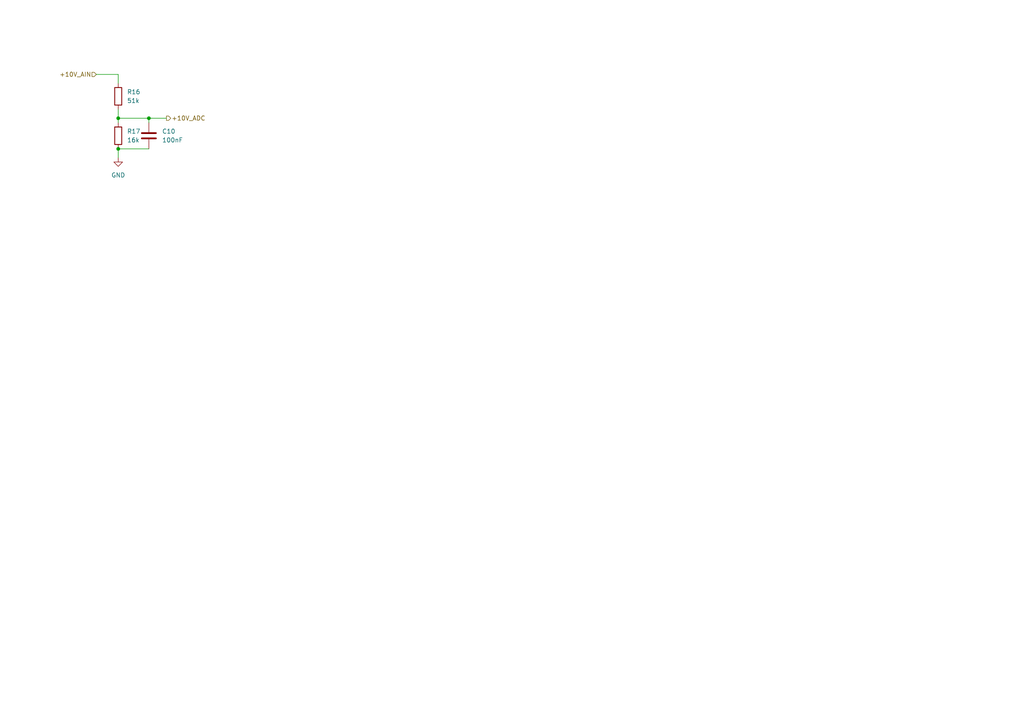
<source format=kicad_sch>
(kicad_sch
	(version 20250114)
	(generator "eeschema")
	(generator_version "9.0")
	(uuid "1d6a8dc4-a849-40ed-a623-73936572ce4b")
	(paper "A4")
	(lib_symbols
		(symbol "Device:C"
			(pin_numbers
				(hide yes)
			)
			(pin_names
				(offset 0.254)
			)
			(exclude_from_sim no)
			(in_bom yes)
			(on_board yes)
			(property "Reference" "C"
				(at 0.635 2.54 0)
				(effects
					(font
						(size 1.27 1.27)
					)
					(justify left)
				)
			)
			(property "Value" "C"
				(at 0.635 -2.54 0)
				(effects
					(font
						(size 1.27 1.27)
					)
					(justify left)
				)
			)
			(property "Footprint" ""
				(at 0.9652 -3.81 0)
				(effects
					(font
						(size 1.27 1.27)
					)
					(hide yes)
				)
			)
			(property "Datasheet" "~"
				(at 0 0 0)
				(effects
					(font
						(size 1.27 1.27)
					)
					(hide yes)
				)
			)
			(property "Description" "Unpolarized capacitor"
				(at 0 0 0)
				(effects
					(font
						(size 1.27 1.27)
					)
					(hide yes)
				)
			)
			(property "ki_keywords" "cap capacitor"
				(at 0 0 0)
				(effects
					(font
						(size 1.27 1.27)
					)
					(hide yes)
				)
			)
			(property "ki_fp_filters" "C_*"
				(at 0 0 0)
				(effects
					(font
						(size 1.27 1.27)
					)
					(hide yes)
				)
			)
			(symbol "C_0_1"
				(polyline
					(pts
						(xy -2.032 0.762) (xy 2.032 0.762)
					)
					(stroke
						(width 0.508)
						(type default)
					)
					(fill
						(type none)
					)
				)
				(polyline
					(pts
						(xy -2.032 -0.762) (xy 2.032 -0.762)
					)
					(stroke
						(width 0.508)
						(type default)
					)
					(fill
						(type none)
					)
				)
			)
			(symbol "C_1_1"
				(pin passive line
					(at 0 3.81 270)
					(length 2.794)
					(name "~"
						(effects
							(font
								(size 1.27 1.27)
							)
						)
					)
					(number "1"
						(effects
							(font
								(size 1.27 1.27)
							)
						)
					)
				)
				(pin passive line
					(at 0 -3.81 90)
					(length 2.794)
					(name "~"
						(effects
							(font
								(size 1.27 1.27)
							)
						)
					)
					(number "2"
						(effects
							(font
								(size 1.27 1.27)
							)
						)
					)
				)
			)
			(embedded_fonts no)
		)
		(symbol "Device:R"
			(pin_numbers
				(hide yes)
			)
			(pin_names
				(offset 0)
			)
			(exclude_from_sim no)
			(in_bom yes)
			(on_board yes)
			(property "Reference" "R"
				(at 2.032 0 90)
				(effects
					(font
						(size 1.27 1.27)
					)
				)
			)
			(property "Value" "R"
				(at 0 0 90)
				(effects
					(font
						(size 1.27 1.27)
					)
				)
			)
			(property "Footprint" ""
				(at -1.778 0 90)
				(effects
					(font
						(size 1.27 1.27)
					)
					(hide yes)
				)
			)
			(property "Datasheet" "~"
				(at 0 0 0)
				(effects
					(font
						(size 1.27 1.27)
					)
					(hide yes)
				)
			)
			(property "Description" "Resistor"
				(at 0 0 0)
				(effects
					(font
						(size 1.27 1.27)
					)
					(hide yes)
				)
			)
			(property "ki_keywords" "R res resistor"
				(at 0 0 0)
				(effects
					(font
						(size 1.27 1.27)
					)
					(hide yes)
				)
			)
			(property "ki_fp_filters" "R_*"
				(at 0 0 0)
				(effects
					(font
						(size 1.27 1.27)
					)
					(hide yes)
				)
			)
			(symbol "R_0_1"
				(rectangle
					(start -1.016 -2.54)
					(end 1.016 2.54)
					(stroke
						(width 0.254)
						(type default)
					)
					(fill
						(type none)
					)
				)
			)
			(symbol "R_1_1"
				(pin passive line
					(at 0 3.81 270)
					(length 1.27)
					(name "~"
						(effects
							(font
								(size 1.27 1.27)
							)
						)
					)
					(number "1"
						(effects
							(font
								(size 1.27 1.27)
							)
						)
					)
				)
				(pin passive line
					(at 0 -3.81 90)
					(length 1.27)
					(name "~"
						(effects
							(font
								(size 1.27 1.27)
							)
						)
					)
					(number "2"
						(effects
							(font
								(size 1.27 1.27)
							)
						)
					)
				)
			)
			(embedded_fonts no)
		)
		(symbol "power:GND"
			(power)
			(pin_numbers
				(hide yes)
			)
			(pin_names
				(offset 0)
				(hide yes)
			)
			(exclude_from_sim no)
			(in_bom yes)
			(on_board yes)
			(property "Reference" "#PWR"
				(at 0 -6.35 0)
				(effects
					(font
						(size 1.27 1.27)
					)
					(hide yes)
				)
			)
			(property "Value" "GND"
				(at 0 -3.81 0)
				(effects
					(font
						(size 1.27 1.27)
					)
				)
			)
			(property "Footprint" ""
				(at 0 0 0)
				(effects
					(font
						(size 1.27 1.27)
					)
					(hide yes)
				)
			)
			(property "Datasheet" ""
				(at 0 0 0)
				(effects
					(font
						(size 1.27 1.27)
					)
					(hide yes)
				)
			)
			(property "Description" "Power symbol creates a global label with name \"GND\" , ground"
				(at 0 0 0)
				(effects
					(font
						(size 1.27 1.27)
					)
					(hide yes)
				)
			)
			(property "ki_keywords" "global power"
				(at 0 0 0)
				(effects
					(font
						(size 1.27 1.27)
					)
					(hide yes)
				)
			)
			(symbol "GND_0_1"
				(polyline
					(pts
						(xy 0 0) (xy 0 -1.27) (xy 1.27 -1.27) (xy 0 -2.54) (xy -1.27 -1.27) (xy 0 -1.27)
					)
					(stroke
						(width 0)
						(type default)
					)
					(fill
						(type none)
					)
				)
			)
			(symbol "GND_1_1"
				(pin power_in line
					(at 0 0 270)
					(length 0)
					(name "~"
						(effects
							(font
								(size 1.27 1.27)
							)
						)
					)
					(number "1"
						(effects
							(font
								(size 1.27 1.27)
							)
						)
					)
				)
			)
			(embedded_fonts no)
		)
	)
	(junction
		(at 43.18 34.29)
		(diameter 0)
		(color 0 0 0 0)
		(uuid "28b087c1-77e3-40d8-aa04-ce77f9296217")
	)
	(junction
		(at 34.29 34.29)
		(diameter 0)
		(color 0 0 0 0)
		(uuid "7c646e7a-ee34-482f-b770-3fc2ff16dd2f")
	)
	(junction
		(at 34.29 43.18)
		(diameter 0)
		(color 0 0 0 0)
		(uuid "c452c104-adfa-49b0-84d3-845c3638c31f")
	)
	(wire
		(pts
			(xy 34.29 43.18) (xy 34.29 45.72)
		)
		(stroke
			(width 0)
			(type default)
		)
		(uuid "3b09eecc-1778-45e9-8a30-ed1041537d5a")
	)
	(wire
		(pts
			(xy 34.29 34.29) (xy 43.18 34.29)
		)
		(stroke
			(width 0)
			(type default)
		)
		(uuid "68f81b95-d900-4c2d-a7ef-346c66d98ab5")
	)
	(wire
		(pts
			(xy 43.18 34.29) (xy 43.18 35.56)
		)
		(stroke
			(width 0)
			(type default)
		)
		(uuid "797e0504-af92-4ed8-80e9-09e5cf53e8dd")
	)
	(wire
		(pts
			(xy 43.18 34.29) (xy 48.26 34.29)
		)
		(stroke
			(width 0)
			(type default)
		)
		(uuid "7bf275cb-9799-4596-8cc4-a9fcb941b667")
	)
	(wire
		(pts
			(xy 34.29 43.18) (xy 43.18 43.18)
		)
		(stroke
			(width 0)
			(type default)
		)
		(uuid "81db9f1d-88a5-40e5-b084-96d81725b520")
	)
	(wire
		(pts
			(xy 34.29 34.29) (xy 34.29 35.56)
		)
		(stroke
			(width 0)
			(type default)
		)
		(uuid "a34f0811-a372-4d69-99a6-f4d39957b0c0")
	)
	(wire
		(pts
			(xy 34.29 31.75) (xy 34.29 34.29)
		)
		(stroke
			(width 0)
			(type default)
		)
		(uuid "a433d7d4-6e98-4c0d-a5a7-1d973cb34d28")
	)
	(wire
		(pts
			(xy 27.94 21.59) (xy 34.29 21.59)
		)
		(stroke
			(width 0)
			(type default)
		)
		(uuid "c972213e-94bf-45f3-a34a-861e4765358b")
	)
	(wire
		(pts
			(xy 34.29 21.59) (xy 34.29 24.13)
		)
		(stroke
			(width 0)
			(type default)
		)
		(uuid "cf516bed-0ba2-4e53-ba40-f224bebcfff8")
	)
	(hierarchical_label "+10V_AIN"
		(shape input)
		(at 27.94 21.59 180)
		(effects
			(font
				(size 1.27 1.27)
			)
			(justify right)
		)
		(uuid "d315cc6d-f97f-4976-865b-0b2bcf1e6e7a")
	)
	(hierarchical_label "+10V_ADC"
		(shape output)
		(at 48.26 34.29 0)
		(effects
			(font
				(size 1.27 1.27)
			)
			(justify left)
		)
		(uuid "e1b10374-f6d6-4b91-a51f-7cd9351c7d95")
	)
	(symbol
		(lib_id "Device:R")
		(at 34.29 39.37 0)
		(unit 1)
		(exclude_from_sim no)
		(in_bom yes)
		(on_board yes)
		(dnp no)
		(fields_autoplaced yes)
		(uuid "6a307f0c-dec4-453f-9a66-7cfa4624acbb")
		(property "Reference" "R17"
			(at 36.83 38.0999 0)
			(effects
				(font
					(size 1.27 1.27)
				)
				(justify left)
			)
		)
		(property "Value" "16k"
			(at 36.83 40.6399 0)
			(effects
				(font
					(size 1.27 1.27)
				)
				(justify left)
			)
		)
		(property "Footprint" ""
			(at 32.512 39.37 90)
			(effects
				(font
					(size 1.27 1.27)
				)
				(hide yes)
			)
		)
		(property "Datasheet" "~"
			(at 34.29 39.37 0)
			(effects
				(font
					(size 1.27 1.27)
				)
				(hide yes)
			)
		)
		(property "Description" "Resistor"
			(at 34.29 39.37 0)
			(effects
				(font
					(size 1.27 1.27)
				)
				(hide yes)
			)
		)
		(pin "1"
			(uuid "3720cc91-0a95-4030-90c2-6dc97c8656d3")
		)
		(pin "2"
			(uuid "9e5d8863-e5a3-42a4-9962-82d039142733")
		)
		(instances
			(project "NIVARA"
				(path "/ff64f013-32cc-4b27-a03f-45a540688198/1d6a0d55-124c-4c27-8d03-8c1521f03c11/30d5cb36-de6c-4949-a446-305c5d149a76"
					(reference "R17")
					(unit 1)
				)
			)
		)
	)
	(symbol
		(lib_id "Device:C")
		(at 43.18 39.37 0)
		(unit 1)
		(exclude_from_sim no)
		(in_bom yes)
		(on_board yes)
		(dnp no)
		(fields_autoplaced yes)
		(uuid "709f7130-a31b-4f07-b5d5-e5606b340b6b")
		(property "Reference" "C10"
			(at 46.99 38.0999 0)
			(effects
				(font
					(size 1.27 1.27)
				)
				(justify left)
			)
		)
		(property "Value" "100nF"
			(at 46.99 40.6399 0)
			(effects
				(font
					(size 1.27 1.27)
				)
				(justify left)
			)
		)
		(property "Footprint" ""
			(at 44.1452 43.18 0)
			(effects
				(font
					(size 1.27 1.27)
				)
				(hide yes)
			)
		)
		(property "Datasheet" "~"
			(at 43.18 39.37 0)
			(effects
				(font
					(size 1.27 1.27)
				)
				(hide yes)
			)
		)
		(property "Description" "Unpolarized capacitor"
			(at 43.18 39.37 0)
			(effects
				(font
					(size 1.27 1.27)
				)
				(hide yes)
			)
		)
		(pin "2"
			(uuid "795bd637-9872-4534-952e-73b2cb649aa6")
		)
		(pin "1"
			(uuid "59af38fd-916a-41c4-9e07-577ecf7bd300")
		)
		(instances
			(project "NIVARA"
				(path "/ff64f013-32cc-4b27-a03f-45a540688198/1d6a0d55-124c-4c27-8d03-8c1521f03c11/30d5cb36-de6c-4949-a446-305c5d149a76"
					(reference "C10")
					(unit 1)
				)
			)
		)
	)
	(symbol
		(lib_id "power:GND")
		(at 34.29 45.72 0)
		(unit 1)
		(exclude_from_sim no)
		(in_bom yes)
		(on_board yes)
		(dnp no)
		(fields_autoplaced yes)
		(uuid "8926991f-06cf-4f9f-85d6-9ca4892d599e")
		(property "Reference" "#PWR041"
			(at 34.29 52.07 0)
			(effects
				(font
					(size 1.27 1.27)
				)
				(hide yes)
			)
		)
		(property "Value" "GND"
			(at 34.29 50.8 0)
			(effects
				(font
					(size 1.27 1.27)
				)
			)
		)
		(property "Footprint" ""
			(at 34.29 45.72 0)
			(effects
				(font
					(size 1.27 1.27)
				)
				(hide yes)
			)
		)
		(property "Datasheet" ""
			(at 34.29 45.72 0)
			(effects
				(font
					(size 1.27 1.27)
				)
				(hide yes)
			)
		)
		(property "Description" "Power symbol creates a global label with name \"GND\" , ground"
			(at 34.29 45.72 0)
			(effects
				(font
					(size 1.27 1.27)
				)
				(hide yes)
			)
		)
		(pin "1"
			(uuid "b6ed84ca-a022-4d89-92f5-831e034772cc")
		)
		(instances
			(project "NIVARA"
				(path "/ff64f013-32cc-4b27-a03f-45a540688198/1d6a0d55-124c-4c27-8d03-8c1521f03c11/30d5cb36-de6c-4949-a446-305c5d149a76"
					(reference "#PWR041")
					(unit 1)
				)
			)
		)
	)
	(symbol
		(lib_id "Device:R")
		(at 34.29 27.94 0)
		(unit 1)
		(exclude_from_sim no)
		(in_bom yes)
		(on_board yes)
		(dnp no)
		(fields_autoplaced yes)
		(uuid "a15be0c1-3e2a-410a-887a-3ed22ce54612")
		(property "Reference" "R16"
			(at 36.83 26.6699 0)
			(effects
				(font
					(size 1.27 1.27)
				)
				(justify left)
			)
		)
		(property "Value" "51k"
			(at 36.83 29.2099 0)
			(effects
				(font
					(size 1.27 1.27)
				)
				(justify left)
			)
		)
		(property "Footprint" ""
			(at 32.512 27.94 90)
			(effects
				(font
					(size 1.27 1.27)
				)
				(hide yes)
			)
		)
		(property "Datasheet" "~"
			(at 34.29 27.94 0)
			(effects
				(font
					(size 1.27 1.27)
				)
				(hide yes)
			)
		)
		(property "Description" "Resistor"
			(at 34.29 27.94 0)
			(effects
				(font
					(size 1.27 1.27)
				)
				(hide yes)
			)
		)
		(pin "1"
			(uuid "417cd5e0-28e5-40a8-abf3-c874f604d0f0")
		)
		(pin "2"
			(uuid "feaa00ac-7655-494f-913b-45ccb5b8515f")
		)
		(instances
			(project "NIVARA"
				(path "/ff64f013-32cc-4b27-a03f-45a540688198/1d6a0d55-124c-4c27-8d03-8c1521f03c11/30d5cb36-de6c-4949-a446-305c5d149a76"
					(reference "R16")
					(unit 1)
				)
			)
		)
	)
)

</source>
